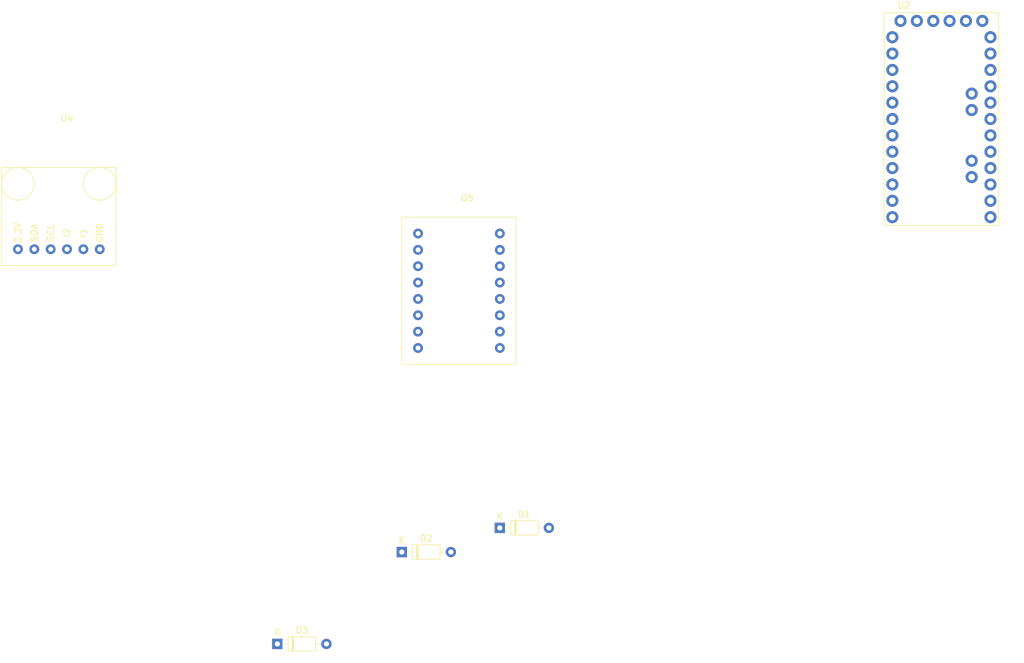
<source format=kicad_pcb>
(kicad_pcb (version 20211014) (generator pcbnew)
  (layers (0 "F.Cu" signal) (31 "B.Cu" signal) (34 "B.Paste" user) (35 "F.Paste" user) (36 "B.SilkS" user "B.Silkscreen") (37 "F.SilkS" user "F.Silkscreen") (38 "B.Mask" user) (39 "F.Mask" user) (44 "Edge.Cuts" user))
  (net 0 "")
  (net 1 "Net-(D1-Pad1)")
  (net 2 "Net-(D1-Pad2)")
  (net 3 "Net-(D2-Pad1)")
  (net 4 "Net-(D2-Pad2)")
  (net 5 "Net-(D3-Pad1)")
  (net 6 "Net-(D3-Pad2)")
  (net 11 "D2 (INT0)")
  (net 12 "D3 (INT1)")
  (net 13 "D4")
  (net 14 "D5")
  (net 15 "D6")
  (net 18 "D9 (PWM)")
  (net 19 "D10 (PWM)")
  (net 30 "RAW (V_IN)")
  (net 33 "A5")
  (net 34 "A4")
  (net 35 "GND")
  (net 36 "VCC (3.3V)")
  (footprint "BlackberryJam_footprint:MMA8452Q_Breakout" (layer "F.Cu") (at 29.305 27.845)
    (fp_text reference "U4" (at 10.16 -22.86 unlocked) (layer "F.SilkS"))
    (fp_text value "MMA8452_Breakout")
    (fp_text user "3.3V" (at 2.54 -5.08 90 unlocked) (layer "F.SilkS"))
    (fp_text user "SDA" (at 5.08 -5.08 90 unlocked) (layer "F.SilkS"))
    (fp_text user "SCL" (at 7.62 -5.08 90 unlocked) (layer "F.SilkS"))
    (fp_text user "I1" (at 12.7 -5.08 90 unlocked) (layer "F.SilkS"))
    (fp_text user "I2" (at 10.16 -5.08 90 unlocked) (layer "F.SilkS"))
    (fp_text user "GND" (at 15.24 -5.08 90 unlocked) (layer "F.SilkS"))
    (fp_rect (start 0 0) (end 17.78 -15.24) (layer "F.SilkS") (width 0.12) (fill none))
    (fp_circle (center 15.24 -12.7) (end 15.24 -10.16) (layer "F.SilkS") (width 0.12) (fill none))
    (fp_circle (center 2.54 -12.7) (end 5.08 -12.7) (layer "F.SilkS") (width 0.12) (fill none))
    (pad "1" thru_hole circle (at 2.54 -2.54) (size 1.524 1.524) (drill 0.762) (layers *.Cu *.Mask) (net 36 "VCC (3.3V)"))
    (pad "2" thru_hole circle (at 5.08 -2.54) (size 1.524 1.524) (drill 0.762) (layers *.Cu *.Mask) (net 34 "A4"))
    (pad "3" thru_hole circle (at 7.62 -2.54) (size 1.524 1.524) (drill 0.762) (layers *.Cu *.Mask) (net 33 "A5"))
    (pad "4" thru_hole circle (at 10.16 -2.54) (size 1.524 1.524) (drill 0.762) (layers *.Cu *.Mask) (net 12 "D3 (INT1)"))
    (pad "5" thru_hole circle (at 12.7 -2.54) (size 1.524 1.524) (drill 0.762) (layers *.Cu *.Mask) (net 11 "D2 (INT0)"))
    (pad "6" thru_hole circle (at 15.24 -2.54) (size 1.524 1.524) (drill 0.762) (layers *.Cu *.Mask) (net 35 "GND"))
  )
  (footprint "BlackberryJam_footprint:Dual_Motor_Driver" (layer "F.Cu") (at 93.98 40.64)
    (fp_text reference "U5" (at 7.62 -23.32 unlocked) (layer "F.SilkS"))
    (fp_text value "Motor_Driver_Dual_TB6612FNG")
    (fp_rect (start 15.24 2.54) (end -2.54 -20.32) (layer "F.SilkS") (width 0.12) (fill none))
    (pad "1" thru_hole circle (at 0 -17.78) (size 1.524 1.524) (drill 0.762) (layers *.Cu *.Mask) (net 30 "RAW (V_IN)"))
    (pad "2" thru_hole circle (at 0 -15.24) (size 1.524 1.524) (drill 0.762) (layers *.Cu *.Mask) (net 36 "VCC (3.3V)"))
    (pad "3" thru_hole circle (at 0 -12.7) (size 1.524 1.524) (drill 0.762) (layers *.Cu *.Mask) (net 35 "GND"))
    (pad "4" thru_hole circle (at 0 -10.16) (size 1.524 1.524) (drill 0.762) (layers *.Cu *.Mask) (net 3 "Net-(D2-Pad1)"))
    (pad "5" thru_hole circle (at 0 -7.62) (size 1.524 1.524) (drill 0.762) (layers *.Cu *.Mask) (net 4 "Net-(D2-Pad2)"))
    (pad "6" thru_hole circle (at 0 -5.08) (size 1.524 1.524) (drill 0.762) (layers *.Cu *.Mask) (net 6 "Net-(D3-Pad2)"))
    (pad "7" thru_hole circle (at 0 -2.54) (size 1.524 1.524) (drill 0.762) (layers *.Cu *.Mask) (net 5 "Net-(D3-Pad1)"))
    (pad "8" thru_hole circle (at 0 0) (size 1.524 1.524) (drill 0.762) (layers *.Cu *.Mask) (net 35 "GND"))
    (pad "9" thru_hole circle (at 12.7 0) (size 1.524 1.524) (drill 0.762) (layers *.Cu *.Mask) (net 35 "GND"))
    (pad "10" thru_hole circle (at 12.7 -2.54) (size 1.524 1.524) (drill 0.762) (layers *.Cu *.Mask) (net 19 "D10 (PWM)"))
    (pad "11" thru_hole circle (at 12.7 -5.08) (size 1.524 1.524) (drill 0.762) (layers *.Cu *.Mask) (net 35 "GND"))
    (pad "12" thru_hole circle (at 12.7 -7.62) (size 1.524 1.524) (drill 0.762) (layers *.Cu *.Mask) (net 15 "D6"))
    (pad "13" thru_hole circle (at 12.7 -10.16) (size 1.524 1.524) (drill 0.762) (layers *.Cu *.Mask) (net 13 "D4"))
    (pad "14" thru_hole circle (at 12.7 -12.7) (size 1.524 1.524) (drill 0.762) (layers *.Cu *.Mask) (net 14 "D5"))
    (pad "15" thru_hole circle (at 12.7 -15.24) (size 1.524 1.524) (drill 0.762) (layers *.Cu *.Mask) (net 35 "GND"))
    (pad "16" thru_hole circle (at 12.7 -17.78) (size 1.524 1.524) (drill 0.762) (layers *.Cu *.Mask) (net 18 "D9 (PWM)"))
  )
  (footprint "BlackberryJam_footprint:ARDUINO_PRO_MINI" (layer "F.Cu") (at 175.26 5.08)
    (fp_text reference "U2" (at -5.825 -17.635) (layer "F.SilkS"))
    (fp_text value "ARDUINO_PRO_MINI")
    (fp_line (start 8.89 -16.51) (end -8.89 -16.51) (layer "F.SilkS") (width 0.127))
    (fp_line (start -8.89 -16.51) (end -8.89 16.51) (layer "F.SilkS") (width 0.127))
    (fp_line (start -8.89 16.51) (end 8.89 16.51) (layer "F.SilkS") (width 0.127))
    (fp_line (start 8.89 16.51) (end 8.89 -16.51) (layer "F.SilkS") (width 0.127))
    (pad "JP1_1" thru_hole circle locked (at 6.35 -15.24) (size 1.8796 1.8796) (drill 1.016) (layers *.Cu *.Mask))
    (pad "JP1_2" thru_hole circle locked (at 3.81 -15.24) (size 1.8796 1.8796) (drill 1.016) (layers *.Cu *.Mask))
    (pad "JP1_3" thru_hole circle locked (at 1.27 -15.24) (size 1.8796 1.8796) (drill 1.016) (layers *.Cu *.Mask))
    (pad "JP1_4" thru_hole circle locked (at -1.27 -15.24) (size 1.8796 1.8796) (drill 1.016) (layers *.Cu *.Mask) (net 36 "VCC (3.3V)"))
    (pad "JP1_5" thru_hole circle locked (at -3.81 -15.24) (size 1.8796 1.8796) (drill 1.016) (layers *.Cu *.Mask) (net 35 "GND"))
    (pad "JP1_6" thru_hole circle locked (at -6.35 -15.24) (size 1.8796 1.8796) (drill 1.016) (layers *.Cu *.Mask) (net 35 "GND"))
    (pad "JP2_1" thru_hole circle locked (at 4.699 -1.397) (size 1.8796 1.8796) (drill 1.016) (layers *.Cu *.Mask) (net 34 "A4"))
    (pad "JP2_2" thru_hole circle locked (at 4.699 -3.937) (size 1.8796 1.8796) (drill 1.016) (layers *.Cu *.Mask) (net 33 "A5"))
    (pad "JP3_1" thru_hole circle locked (at 4.699 9.017) (size 1.8796 1.8796) (drill 1.016) (layers *.Cu *.Mask))
    (pad "JP3_2" thru_hole circle locked (at 4.699 6.477) (size 1.8796 1.8796) (drill 1.016) (layers *.Cu *.Mask))
    (pad "JP6_1" thru_hole circle locked (at 7.62 -12.7) (size 1.8796 1.8796) (drill 1.016) (layers *.Cu *.Mask) (net 30 "RAW (V_IN)"))
    (pad "JP6_2" thru_hole circle locked (at 7.62 -10.16) (size 1.8796 1.8796) (drill 1.016) (layers *.Cu *.Mask))
    (pad "JP6_3" thru_hole circle locked (at 7.62 -7.62) (size 1.8796 1.8796) (drill 1.016) (layers *.Cu *.Mask))
    (pad "JP6_4" thru_hole circle locked (at 7.62 -5.08) (size 1.8796 1.8796) (drill 1.016) (layers *.Cu *.Mask))
    (pad "JP6_5" thru_hole circle locked (at 7.62 -2.54) (size 1.8796 1.8796) (drill 1.016) (layers *.Cu *.Mask))
    (pad "JP6_6" thru_hole circle locked (at 7.62 0) (size 1.8796 1.8796) (drill 1.016) (layers *.Cu *.Mask))
    (pad "JP6_7" thru_hole circle locked (at 7.62 2.54) (size 1.8796 1.8796) (drill 1.016) (layers *.Cu *.Mask))
    (pad "JP6_8" thru_hole circle locked (at 7.62 5.08) (size 1.8796 1.8796) (drill 1.016) (layers *.Cu *.Mask))
    (pad "JP6_9" thru_hole circle locked (at 7.62 7.62) (size 1.8796 1.8796) (drill 1.016) (layers *.Cu *.Mask))
    (pad "JP6_10" thru_hole circle locked (at 7.62 10.16) (size 1.8796 1.8796) (drill 1.016) (layers *.Cu *.Mask))
    (pad "JP6_11" thru_hole circle locked (at 7.62 12.7) (size 1.8796 1.8796) (drill 1.016) (layers *.Cu *.Mask))
    (pad "JP6_12" thru_hole circle locked (at 7.62 15.24) (size 1.8796 1.8796) (drill 1.016) (layers *.Cu *.Mask) (net 19 "D10 (PWM)"))
    (pad "JP7_1" thru_hole circle locked (at -7.62 15.24) (size 1.8796 1.8796) (drill 1.016) (layers *.Cu *.Mask) (net 18 "D9 (PWM)"))
    (pad "JP7_2" thru_hole circle locked (at -7.62 12.7) (size 1.8796 1.8796) (drill 1.016) (layers *.Cu *.Mask))
    (pad "JP7_3" thru_hole circle locked (at -7.62 10.16) (size 1.8796 1.8796) (drill 1.016) (layers *.Cu *.Mask))
    (pad "JP7_4" thru_hole circle locked (at -7.62 7.62) (size 1.8796 1.8796) (drill 1.016) (layers *.Cu *.Mask) (net 15 "D6"))
    (pad "JP7_5" thru_hole circle locked (at -7.62 5.08) (size 1.8796 1.8796) (drill 1.016) (layers *.Cu *.Mask) (net 14 "D5"))
    (pad "JP7_6" thru_hole circle locked (at -7.62 2.54) (size 1.8796 1.8796) (drill 1.016) (layers *.Cu *.Mask) (net 13 "D4"))
    (pad "JP7_7" thru_hole circle locked (at -7.62 0) (size 1.8796 1.8796) (drill 1.016) (layers *.Cu *.Mask) (net 12 "D3 (INT1)"))
    (pad "JP7_8" thru_hole circle locked (at -7.62 -2.54) (size 1.8796 1.8796) (drill 1.016) (layers *.Cu *.Mask) (net 11 "D2 (INT0)"))
    (pad "JP7_9" thru_hole circle locked (at -7.62 -5.08) (size 1.8796 1.8796) (drill 1.016) (layers *.Cu *.Mask))
    (pad "JP7_10" thru_hole circle locked (at -7.62 -7.62) (size 1.8796 1.8796) (drill 1.016) (layers *.Cu *.Mask))
    (pad "JP7_11" thru_hole circle locked (at -7.62 -10.16) (size 1.8796 1.8796) (drill 1.016) (layers *.Cu *.Mask))
    (pad "JP7_12" thru_hole circle locked (at -7.62 -12.7) (size 1.8796 1.8796) (drill 1.016) (layers *.Cu *.Mask))
  )
  (footprint "Diode_THT:D_DO-35_SOD27_P7.62mm_Horizontal" (layer "F.Cu") (at 91.46 72.33)
    (fp_text reference "D2" (at 3.81 -2.12) (layer "F.SilkS"))
    (fp_text value "1N4148")
    (fp_text user "K" (at 0 -1.8) (layer "F.SilkS"))
    (fp_line (start 5.93 -1.12) (end 1.69 -1.12) (layer "F.SilkS") (width 0.12))
    (fp_line (start 2.29 -1.12) (end 2.29 1.12) (layer "F.SilkS") (width 0.12))
    (fp_line (start 1.04 0) (end 1.69 0) (layer "F.SilkS") (width 0.12))
    (fp_line (start 6.58 0) (end 5.93 0) (layer "F.SilkS") (width 0.12))
    (fp_line (start 1.69 -1.12) (end 1.69 1.12) (layer "F.SilkS") (width 0.12))
    (fp_line (start 2.41 -1.12) (end 2.41 1.12) (layer "F.SilkS") (width 0.12))
    (fp_line (start 1.69 1.12) (end 5.93 1.12) (layer "F.SilkS") (width 0.12))
    (fp_line (start 5.93 1.12) (end 5.93 -1.12) (layer "F.SilkS") (width 0.12))
    (fp_line (start 2.53 -1.12) (end 2.53 1.12) (layer "F.SilkS") (width 0.12))
    (pad "1" thru_hole rect (at 0 0) (size 1.6 1.6) (drill 0.8) (layers *.Cu *.Mask) (net 3 "Net-(D2-Pad1)"))
    (pad "2" thru_hole oval (at 7.62 0) (size 1.6 1.6) (drill 0.8) (layers *.Cu *.Mask) (net 4 "Net-(D2-Pad2)"))
  )
  (footprint "Diode_THT:D_DO-35_SOD27_P7.62mm_Horizontal" (layer "F.Cu") (at 72.13 86.6)
    (fp_text reference "D3" (at 3.81 -2.12) (layer "F.SilkS"))
    (fp_text value "1N4148")
    (fp_text user "K" (at 0 -1.8) (layer "F.SilkS"))
    (fp_line (start 1.69 1.12) (end 5.93 1.12) (layer "F.SilkS") (width 0.12))
    (fp_line (start 6.58 0) (end 5.93 0) (layer "F.SilkS") (width 0.12))
    (fp_line (start 2.29 -1.12) (end 2.29 1.12) (layer "F.SilkS") (width 0.12))
    (fp_line (start 2.53 -1.12) (end 2.53 1.12) (layer "F.SilkS") (width 0.12))
    (fp_line (start 5.93 1.12) (end 5.93 -1.12) (layer "F.SilkS") (width 0.12))
    (fp_line (start 1.69 -1.12) (end 1.69 1.12) (layer "F.SilkS") (width 0.12))
    (fp_line (start 1.04 0) (end 1.69 0) (layer "F.SilkS") (width 0.12))
    (fp_line (start 5.93 -1.12) (end 1.69 -1.12) (layer "F.SilkS") (width 0.12))
    (fp_line (start 2.41 -1.12) (end 2.41 1.12) (layer "F.SilkS") (width 0.12))
    (pad "1" thru_hole rect (at 0 0) (size 1.6 1.6) (drill 0.8) (layers *.Cu *.Mask) (net 5 "Net-(D3-Pad1)"))
    (pad "2" thru_hole oval (at 7.62 0) (size 1.6 1.6) (drill 0.8) (layers *.Cu *.Mask) (net 6 "Net-(D3-Pad2)"))
  )
  (footprint "Diode_THT:D_DO-35_SOD27_P7.62mm_Horizontal" (layer "F.Cu") (at 106.68 68.58)
    (fp_text reference "D1" (at 3.81 -2.12) (layer "F.SilkS"))
    (fp_text value "1N4148")
    (fp_text user "K" (at 0 -1.8) (layer "F.SilkS"))
    (fp_line (start 5.93 -1.12) (end 1.69 -1.12) (layer "F.SilkS") (width 0.12))
    (fp_line (start 6.58 0) (end 5.93 0) (layer "F.SilkS") (width 0.12))
    (fp_line (start 1.04 0) (end 1.69 0) (layer "F.SilkS") (width 0.12))
    (fp_line (start 5.93 1.12) (end 5.93 -1.12) (layer "F.SilkS") (width 0.12))
    (fp_line (start 1.69 1.12) (end 5.93 1.12) (layer "F.SilkS") (width 0.12))
    (fp_line (start 1.69 -1.12) (end 1.69 1.12) (layer "F.SilkS") (width 0.12))
    (fp_line (start 2.29 -1.12) (end 2.29 1.12) (layer "F.SilkS") (width 0.12))
    (fp_line (start 2.41 -1.12) (end 2.41 1.12) (layer "F.SilkS") (width 0.12))
    (fp_line (start 2.53 -1.12) (end 2.53 1.12) (layer "F.SilkS") (width 0.12))
    (pad "1" thru_hole rect (at 0 0) (size 1.6 1.6) (drill 0.8) (layers *.Cu *.Mask) (net 1 "Net-(D1-Pad1)"))
    (pad "2" thru_hole oval (at 7.62 0) (size 1.6 1.6) (drill 0.8) (layers *.Cu *.Mask) (net 2 "Net-(D1-Pad2)"))
  )
)
</source>
